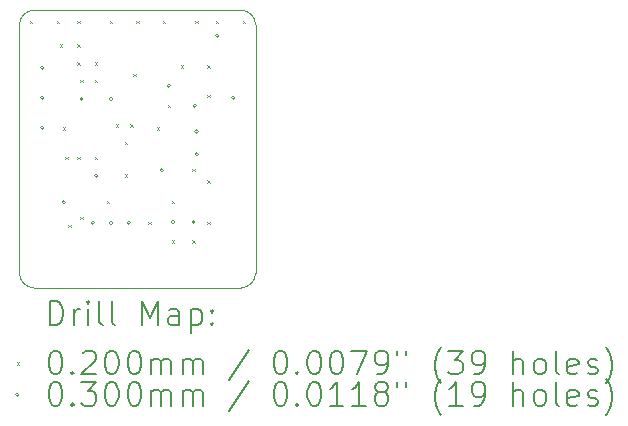
<source format=gbr>
%TF.GenerationSoftware,KiCad,Pcbnew,9.0.4*%
%TF.CreationDate,2025-08-25T23:50:36+01:00*%
%TF.ProjectId,smol-slime-xiao,736d6f6c-2d73-46c6-996d-652d7869616f,1.0*%
%TF.SameCoordinates,Original*%
%TF.FileFunction,Drillmap*%
%TF.FilePolarity,Positive*%
%FSLAX45Y45*%
G04 Gerber Fmt 4.5, Leading zero omitted, Abs format (unit mm)*
G04 Created by KiCad (PCBNEW 9.0.4) date 2025-08-25 23:50:36*
%MOMM*%
%LPD*%
G01*
G04 APERTURE LIST*
%ADD10C,0.050000*%
%ADD11C,0.200000*%
%ADD12C,0.100000*%
G04 APERTURE END LIST*
D10*
X14000000Y-8875000D02*
X14000000Y-10975000D01*
X14000000Y-8875000D02*
G75*
G02*
X14125000Y-8750000I125000J0D01*
G01*
X14125000Y-11100000D02*
X15875000Y-11100000D01*
X15875000Y-8750000D02*
G75*
G02*
X16000000Y-8875000I0J-125000D01*
G01*
X16000000Y-10975000D02*
G75*
G02*
X15875000Y-11100000I-125000J0D01*
G01*
X16000000Y-10975000D02*
X16000000Y-8875000D01*
X14125000Y-11100000D02*
G75*
G02*
X14000000Y-10975000I0J125000D01*
G01*
X15875000Y-8750000D02*
X14125000Y-8750000D01*
D11*
D12*
X14090000Y-8840000D02*
X14110000Y-8860000D01*
X14110000Y-8840000D02*
X14090000Y-8860000D01*
X14315000Y-8840000D02*
X14335000Y-8860000D01*
X14335000Y-8840000D02*
X14315000Y-8860000D01*
X14340000Y-9040000D02*
X14360000Y-9060000D01*
X14360000Y-9040000D02*
X14340000Y-9060000D01*
X14367000Y-9740000D02*
X14387000Y-9760000D01*
X14387000Y-9740000D02*
X14367000Y-9760000D01*
X14390000Y-9990000D02*
X14410000Y-10010000D01*
X14410000Y-9990000D02*
X14390000Y-10010000D01*
X14415000Y-10565000D02*
X14435000Y-10585000D01*
X14435000Y-10565000D02*
X14415000Y-10585000D01*
X14490000Y-8840000D02*
X14510000Y-8860000D01*
X14510000Y-8840000D02*
X14490000Y-8860000D01*
X14490000Y-9040000D02*
X14510000Y-9060000D01*
X14510000Y-9040000D02*
X14490000Y-9060000D01*
X14490000Y-9190000D02*
X14510000Y-9210000D01*
X14510000Y-9190000D02*
X14490000Y-9210000D01*
X14490000Y-9990000D02*
X14510000Y-10010000D01*
X14510000Y-9990000D02*
X14490000Y-10010000D01*
X14515000Y-9337500D02*
X14535000Y-9357500D01*
X14535000Y-9337500D02*
X14515000Y-9357500D01*
X14515000Y-10498000D02*
X14535000Y-10518000D01*
X14535000Y-10498000D02*
X14515000Y-10518000D01*
X14640000Y-9190000D02*
X14660000Y-9210000D01*
X14660000Y-9190000D02*
X14640000Y-9210000D01*
X14640000Y-9340000D02*
X14660000Y-9360000D01*
X14660000Y-9340000D02*
X14640000Y-9360000D01*
X14640000Y-9990000D02*
X14660000Y-10010000D01*
X14660000Y-9990000D02*
X14640000Y-10010000D01*
X14740000Y-10365000D02*
X14760000Y-10385000D01*
X14760000Y-10365000D02*
X14740000Y-10385000D01*
X14765000Y-8840000D02*
X14785000Y-8860000D01*
X14785000Y-8840000D02*
X14765000Y-8860000D01*
X14815000Y-9715000D02*
X14835000Y-9735000D01*
X14835000Y-9715000D02*
X14815000Y-9735000D01*
X14890000Y-9865000D02*
X14910000Y-9885000D01*
X14910000Y-9865000D02*
X14890000Y-9885000D01*
X14890000Y-10140000D02*
X14910000Y-10160000D01*
X14910000Y-10140000D02*
X14890000Y-10160000D01*
X14940000Y-9715000D02*
X14960000Y-9735000D01*
X14960000Y-9715000D02*
X14940000Y-9735000D01*
X14965000Y-9290000D02*
X14985000Y-9310000D01*
X14985000Y-9290000D02*
X14965000Y-9310000D01*
X14990000Y-8840000D02*
X15010000Y-8860000D01*
X15010000Y-8840000D02*
X14990000Y-8860000D01*
X15090000Y-10540000D02*
X15110000Y-10560000D01*
X15110000Y-10540000D02*
X15090000Y-10560000D01*
X15165000Y-9740000D02*
X15185000Y-9760000D01*
X15185000Y-9740000D02*
X15165000Y-9760000D01*
X15215000Y-8840000D02*
X15235000Y-8860000D01*
X15235000Y-8840000D02*
X15215000Y-8860000D01*
X15255000Y-9550000D02*
X15275000Y-9570000D01*
X15275000Y-9550000D02*
X15255000Y-9570000D01*
X15290000Y-10365000D02*
X15310000Y-10385000D01*
X15310000Y-10365000D02*
X15290000Y-10385000D01*
X15290000Y-10697500D02*
X15310000Y-10717500D01*
X15310000Y-10697500D02*
X15290000Y-10717500D01*
X15365000Y-9215000D02*
X15385000Y-9235000D01*
X15385000Y-9215000D02*
X15365000Y-9235000D01*
X15465000Y-10090000D02*
X15485000Y-10110000D01*
X15485000Y-10090000D02*
X15465000Y-10110000D01*
X15465000Y-10697500D02*
X15485000Y-10717500D01*
X15485000Y-10697500D02*
X15465000Y-10717500D01*
X15490000Y-8840000D02*
X15510000Y-8860000D01*
X15510000Y-8840000D02*
X15490000Y-8860000D01*
X15590000Y-9215000D02*
X15610000Y-9235000D01*
X15610000Y-9215000D02*
X15590000Y-9235000D01*
X15590000Y-9465000D02*
X15610000Y-9485000D01*
X15610000Y-9465000D02*
X15590000Y-9485000D01*
X15590000Y-10190000D02*
X15610000Y-10210000D01*
X15610000Y-10190000D02*
X15590000Y-10210000D01*
X15590000Y-10540000D02*
X15610000Y-10560000D01*
X15610000Y-10540000D02*
X15590000Y-10560000D01*
X15665000Y-8840000D02*
X15685000Y-8860000D01*
X15685000Y-8840000D02*
X15665000Y-8860000D01*
X15890000Y-8840000D02*
X15910000Y-8860000D01*
X15910000Y-8840000D02*
X15890000Y-8860000D01*
X14209500Y-9238000D02*
G75*
G02*
X14179500Y-9238000I-15000J0D01*
G01*
X14179500Y-9238000D02*
G75*
G02*
X14209500Y-9238000I15000J0D01*
G01*
X14209500Y-9492000D02*
G75*
G02*
X14179500Y-9492000I-15000J0D01*
G01*
X14179500Y-9492000D02*
G75*
G02*
X14209500Y-9492000I15000J0D01*
G01*
X14209500Y-9746000D02*
G75*
G02*
X14179500Y-9746000I-15000J0D01*
G01*
X14179500Y-9746000D02*
G75*
G02*
X14209500Y-9746000I15000J0D01*
G01*
X14390000Y-10375000D02*
G75*
G02*
X14360000Y-10375000I-15000J0D01*
G01*
X14360000Y-10375000D02*
G75*
G02*
X14390000Y-10375000I15000J0D01*
G01*
X14540000Y-9502500D02*
G75*
G02*
X14510000Y-9502500I-15000J0D01*
G01*
X14510000Y-9502500D02*
G75*
G02*
X14540000Y-9502500I15000J0D01*
G01*
X14635000Y-10550000D02*
G75*
G02*
X14605000Y-10550000I-15000J0D01*
G01*
X14605000Y-10550000D02*
G75*
G02*
X14635000Y-10550000I15000J0D01*
G01*
X14665000Y-10150000D02*
G75*
G02*
X14635000Y-10150000I-15000J0D01*
G01*
X14635000Y-10150000D02*
G75*
G02*
X14665000Y-10150000I15000J0D01*
G01*
X14790000Y-9502500D02*
G75*
G02*
X14760000Y-9502500I-15000J0D01*
G01*
X14760000Y-9502500D02*
G75*
G02*
X14790000Y-9502500I15000J0D01*
G01*
X14790000Y-10550000D02*
G75*
G02*
X14760000Y-10550000I-15000J0D01*
G01*
X14760000Y-10550000D02*
G75*
G02*
X14790000Y-10550000I15000J0D01*
G01*
X14940000Y-10550000D02*
G75*
G02*
X14910000Y-10550000I-15000J0D01*
G01*
X14910000Y-10550000D02*
G75*
G02*
X14940000Y-10550000I15000J0D01*
G01*
X15220000Y-10105000D02*
G75*
G02*
X15190000Y-10105000I-15000J0D01*
G01*
X15190000Y-10105000D02*
G75*
G02*
X15220000Y-10105000I15000J0D01*
G01*
X15280000Y-9390000D02*
G75*
G02*
X15250000Y-9390000I-15000J0D01*
G01*
X15250000Y-9390000D02*
G75*
G02*
X15280000Y-9390000I15000J0D01*
G01*
X15315000Y-10542500D02*
G75*
G02*
X15285000Y-10542500I-15000J0D01*
G01*
X15285000Y-10542500D02*
G75*
G02*
X15315000Y-10542500I15000J0D01*
G01*
X15490000Y-10542500D02*
G75*
G02*
X15460000Y-10542500I-15000J0D01*
G01*
X15460000Y-10542500D02*
G75*
G02*
X15490000Y-10542500I15000J0D01*
G01*
X15500000Y-9560000D02*
G75*
G02*
X15470000Y-9560000I-15000J0D01*
G01*
X15470000Y-9560000D02*
G75*
G02*
X15500000Y-9560000I15000J0D01*
G01*
X15515000Y-9778150D02*
G75*
G02*
X15485000Y-9778150I-15000J0D01*
G01*
X15485000Y-9778150D02*
G75*
G02*
X15515000Y-9778150I15000J0D01*
G01*
X15515000Y-9968650D02*
G75*
G02*
X15485000Y-9968650I-15000J0D01*
G01*
X15485000Y-9968650D02*
G75*
G02*
X15515000Y-9968650I15000J0D01*
G01*
X15690000Y-8967500D02*
G75*
G02*
X15660000Y-8967500I-15000J0D01*
G01*
X15660000Y-8967500D02*
G75*
G02*
X15690000Y-8967500I15000J0D01*
G01*
X15826000Y-9492000D02*
G75*
G02*
X15796000Y-9492000I-15000J0D01*
G01*
X15796000Y-9492000D02*
G75*
G02*
X15826000Y-9492000I15000J0D01*
G01*
D11*
X14258277Y-11413984D02*
X14258277Y-11213984D01*
X14258277Y-11213984D02*
X14305896Y-11213984D01*
X14305896Y-11213984D02*
X14334467Y-11223508D01*
X14334467Y-11223508D02*
X14353515Y-11242555D01*
X14353515Y-11242555D02*
X14363039Y-11261603D01*
X14363039Y-11261603D02*
X14372562Y-11299698D01*
X14372562Y-11299698D02*
X14372562Y-11328269D01*
X14372562Y-11328269D02*
X14363039Y-11366365D01*
X14363039Y-11366365D02*
X14353515Y-11385412D01*
X14353515Y-11385412D02*
X14334467Y-11404460D01*
X14334467Y-11404460D02*
X14305896Y-11413984D01*
X14305896Y-11413984D02*
X14258277Y-11413984D01*
X14458277Y-11413984D02*
X14458277Y-11280650D01*
X14458277Y-11318746D02*
X14467801Y-11299698D01*
X14467801Y-11299698D02*
X14477324Y-11290174D01*
X14477324Y-11290174D02*
X14496372Y-11280650D01*
X14496372Y-11280650D02*
X14515420Y-11280650D01*
X14582086Y-11413984D02*
X14582086Y-11280650D01*
X14582086Y-11213984D02*
X14572562Y-11223508D01*
X14572562Y-11223508D02*
X14582086Y-11233031D01*
X14582086Y-11233031D02*
X14591610Y-11223508D01*
X14591610Y-11223508D02*
X14582086Y-11213984D01*
X14582086Y-11213984D02*
X14582086Y-11233031D01*
X14705896Y-11413984D02*
X14686848Y-11404460D01*
X14686848Y-11404460D02*
X14677324Y-11385412D01*
X14677324Y-11385412D02*
X14677324Y-11213984D01*
X14810658Y-11413984D02*
X14791610Y-11404460D01*
X14791610Y-11404460D02*
X14782086Y-11385412D01*
X14782086Y-11385412D02*
X14782086Y-11213984D01*
X15039229Y-11413984D02*
X15039229Y-11213984D01*
X15039229Y-11213984D02*
X15105896Y-11356841D01*
X15105896Y-11356841D02*
X15172562Y-11213984D01*
X15172562Y-11213984D02*
X15172562Y-11413984D01*
X15353515Y-11413984D02*
X15353515Y-11309222D01*
X15353515Y-11309222D02*
X15343991Y-11290174D01*
X15343991Y-11290174D02*
X15324943Y-11280650D01*
X15324943Y-11280650D02*
X15286848Y-11280650D01*
X15286848Y-11280650D02*
X15267801Y-11290174D01*
X15353515Y-11404460D02*
X15334467Y-11413984D01*
X15334467Y-11413984D02*
X15286848Y-11413984D01*
X15286848Y-11413984D02*
X15267801Y-11404460D01*
X15267801Y-11404460D02*
X15258277Y-11385412D01*
X15258277Y-11385412D02*
X15258277Y-11366365D01*
X15258277Y-11366365D02*
X15267801Y-11347317D01*
X15267801Y-11347317D02*
X15286848Y-11337793D01*
X15286848Y-11337793D02*
X15334467Y-11337793D01*
X15334467Y-11337793D02*
X15353515Y-11328269D01*
X15448753Y-11280650D02*
X15448753Y-11480650D01*
X15448753Y-11290174D02*
X15467801Y-11280650D01*
X15467801Y-11280650D02*
X15505896Y-11280650D01*
X15505896Y-11280650D02*
X15524943Y-11290174D01*
X15524943Y-11290174D02*
X15534467Y-11299698D01*
X15534467Y-11299698D02*
X15543991Y-11318746D01*
X15543991Y-11318746D02*
X15543991Y-11375888D01*
X15543991Y-11375888D02*
X15534467Y-11394936D01*
X15534467Y-11394936D02*
X15524943Y-11404460D01*
X15524943Y-11404460D02*
X15505896Y-11413984D01*
X15505896Y-11413984D02*
X15467801Y-11413984D01*
X15467801Y-11413984D02*
X15448753Y-11404460D01*
X15629705Y-11394936D02*
X15639229Y-11404460D01*
X15639229Y-11404460D02*
X15629705Y-11413984D01*
X15629705Y-11413984D02*
X15620182Y-11404460D01*
X15620182Y-11404460D02*
X15629705Y-11394936D01*
X15629705Y-11394936D02*
X15629705Y-11413984D01*
X15629705Y-11290174D02*
X15639229Y-11299698D01*
X15639229Y-11299698D02*
X15629705Y-11309222D01*
X15629705Y-11309222D02*
X15620182Y-11299698D01*
X15620182Y-11299698D02*
X15629705Y-11290174D01*
X15629705Y-11290174D02*
X15629705Y-11309222D01*
D12*
X13977500Y-11732500D02*
X13997500Y-11752500D01*
X13997500Y-11732500D02*
X13977500Y-11752500D01*
D11*
X14296372Y-11633984D02*
X14315420Y-11633984D01*
X14315420Y-11633984D02*
X14334467Y-11643508D01*
X14334467Y-11643508D02*
X14343991Y-11653031D01*
X14343991Y-11653031D02*
X14353515Y-11672079D01*
X14353515Y-11672079D02*
X14363039Y-11710174D01*
X14363039Y-11710174D02*
X14363039Y-11757793D01*
X14363039Y-11757793D02*
X14353515Y-11795888D01*
X14353515Y-11795888D02*
X14343991Y-11814936D01*
X14343991Y-11814936D02*
X14334467Y-11824460D01*
X14334467Y-11824460D02*
X14315420Y-11833984D01*
X14315420Y-11833984D02*
X14296372Y-11833984D01*
X14296372Y-11833984D02*
X14277324Y-11824460D01*
X14277324Y-11824460D02*
X14267801Y-11814936D01*
X14267801Y-11814936D02*
X14258277Y-11795888D01*
X14258277Y-11795888D02*
X14248753Y-11757793D01*
X14248753Y-11757793D02*
X14248753Y-11710174D01*
X14248753Y-11710174D02*
X14258277Y-11672079D01*
X14258277Y-11672079D02*
X14267801Y-11653031D01*
X14267801Y-11653031D02*
X14277324Y-11643508D01*
X14277324Y-11643508D02*
X14296372Y-11633984D01*
X14448753Y-11814936D02*
X14458277Y-11824460D01*
X14458277Y-11824460D02*
X14448753Y-11833984D01*
X14448753Y-11833984D02*
X14439229Y-11824460D01*
X14439229Y-11824460D02*
X14448753Y-11814936D01*
X14448753Y-11814936D02*
X14448753Y-11833984D01*
X14534467Y-11653031D02*
X14543991Y-11643508D01*
X14543991Y-11643508D02*
X14563039Y-11633984D01*
X14563039Y-11633984D02*
X14610658Y-11633984D01*
X14610658Y-11633984D02*
X14629705Y-11643508D01*
X14629705Y-11643508D02*
X14639229Y-11653031D01*
X14639229Y-11653031D02*
X14648753Y-11672079D01*
X14648753Y-11672079D02*
X14648753Y-11691127D01*
X14648753Y-11691127D02*
X14639229Y-11719698D01*
X14639229Y-11719698D02*
X14524943Y-11833984D01*
X14524943Y-11833984D02*
X14648753Y-11833984D01*
X14772562Y-11633984D02*
X14791610Y-11633984D01*
X14791610Y-11633984D02*
X14810658Y-11643508D01*
X14810658Y-11643508D02*
X14820182Y-11653031D01*
X14820182Y-11653031D02*
X14829705Y-11672079D01*
X14829705Y-11672079D02*
X14839229Y-11710174D01*
X14839229Y-11710174D02*
X14839229Y-11757793D01*
X14839229Y-11757793D02*
X14829705Y-11795888D01*
X14829705Y-11795888D02*
X14820182Y-11814936D01*
X14820182Y-11814936D02*
X14810658Y-11824460D01*
X14810658Y-11824460D02*
X14791610Y-11833984D01*
X14791610Y-11833984D02*
X14772562Y-11833984D01*
X14772562Y-11833984D02*
X14753515Y-11824460D01*
X14753515Y-11824460D02*
X14743991Y-11814936D01*
X14743991Y-11814936D02*
X14734467Y-11795888D01*
X14734467Y-11795888D02*
X14724943Y-11757793D01*
X14724943Y-11757793D02*
X14724943Y-11710174D01*
X14724943Y-11710174D02*
X14734467Y-11672079D01*
X14734467Y-11672079D02*
X14743991Y-11653031D01*
X14743991Y-11653031D02*
X14753515Y-11643508D01*
X14753515Y-11643508D02*
X14772562Y-11633984D01*
X14963039Y-11633984D02*
X14982086Y-11633984D01*
X14982086Y-11633984D02*
X15001134Y-11643508D01*
X15001134Y-11643508D02*
X15010658Y-11653031D01*
X15010658Y-11653031D02*
X15020182Y-11672079D01*
X15020182Y-11672079D02*
X15029705Y-11710174D01*
X15029705Y-11710174D02*
X15029705Y-11757793D01*
X15029705Y-11757793D02*
X15020182Y-11795888D01*
X15020182Y-11795888D02*
X15010658Y-11814936D01*
X15010658Y-11814936D02*
X15001134Y-11824460D01*
X15001134Y-11824460D02*
X14982086Y-11833984D01*
X14982086Y-11833984D02*
X14963039Y-11833984D01*
X14963039Y-11833984D02*
X14943991Y-11824460D01*
X14943991Y-11824460D02*
X14934467Y-11814936D01*
X14934467Y-11814936D02*
X14924943Y-11795888D01*
X14924943Y-11795888D02*
X14915420Y-11757793D01*
X14915420Y-11757793D02*
X14915420Y-11710174D01*
X14915420Y-11710174D02*
X14924943Y-11672079D01*
X14924943Y-11672079D02*
X14934467Y-11653031D01*
X14934467Y-11653031D02*
X14943991Y-11643508D01*
X14943991Y-11643508D02*
X14963039Y-11633984D01*
X15115420Y-11833984D02*
X15115420Y-11700650D01*
X15115420Y-11719698D02*
X15124943Y-11710174D01*
X15124943Y-11710174D02*
X15143991Y-11700650D01*
X15143991Y-11700650D02*
X15172563Y-11700650D01*
X15172563Y-11700650D02*
X15191610Y-11710174D01*
X15191610Y-11710174D02*
X15201134Y-11729222D01*
X15201134Y-11729222D02*
X15201134Y-11833984D01*
X15201134Y-11729222D02*
X15210658Y-11710174D01*
X15210658Y-11710174D02*
X15229705Y-11700650D01*
X15229705Y-11700650D02*
X15258277Y-11700650D01*
X15258277Y-11700650D02*
X15277324Y-11710174D01*
X15277324Y-11710174D02*
X15286848Y-11729222D01*
X15286848Y-11729222D02*
X15286848Y-11833984D01*
X15382086Y-11833984D02*
X15382086Y-11700650D01*
X15382086Y-11719698D02*
X15391610Y-11710174D01*
X15391610Y-11710174D02*
X15410658Y-11700650D01*
X15410658Y-11700650D02*
X15439229Y-11700650D01*
X15439229Y-11700650D02*
X15458277Y-11710174D01*
X15458277Y-11710174D02*
X15467801Y-11729222D01*
X15467801Y-11729222D02*
X15467801Y-11833984D01*
X15467801Y-11729222D02*
X15477324Y-11710174D01*
X15477324Y-11710174D02*
X15496372Y-11700650D01*
X15496372Y-11700650D02*
X15524943Y-11700650D01*
X15524943Y-11700650D02*
X15543991Y-11710174D01*
X15543991Y-11710174D02*
X15553515Y-11729222D01*
X15553515Y-11729222D02*
X15553515Y-11833984D01*
X15943991Y-11624460D02*
X15772563Y-11881603D01*
X16201134Y-11633984D02*
X16220182Y-11633984D01*
X16220182Y-11633984D02*
X16239229Y-11643508D01*
X16239229Y-11643508D02*
X16248753Y-11653031D01*
X16248753Y-11653031D02*
X16258277Y-11672079D01*
X16258277Y-11672079D02*
X16267801Y-11710174D01*
X16267801Y-11710174D02*
X16267801Y-11757793D01*
X16267801Y-11757793D02*
X16258277Y-11795888D01*
X16258277Y-11795888D02*
X16248753Y-11814936D01*
X16248753Y-11814936D02*
X16239229Y-11824460D01*
X16239229Y-11824460D02*
X16220182Y-11833984D01*
X16220182Y-11833984D02*
X16201134Y-11833984D01*
X16201134Y-11833984D02*
X16182086Y-11824460D01*
X16182086Y-11824460D02*
X16172563Y-11814936D01*
X16172563Y-11814936D02*
X16163039Y-11795888D01*
X16163039Y-11795888D02*
X16153515Y-11757793D01*
X16153515Y-11757793D02*
X16153515Y-11710174D01*
X16153515Y-11710174D02*
X16163039Y-11672079D01*
X16163039Y-11672079D02*
X16172563Y-11653031D01*
X16172563Y-11653031D02*
X16182086Y-11643508D01*
X16182086Y-11643508D02*
X16201134Y-11633984D01*
X16353515Y-11814936D02*
X16363039Y-11824460D01*
X16363039Y-11824460D02*
X16353515Y-11833984D01*
X16353515Y-11833984D02*
X16343991Y-11824460D01*
X16343991Y-11824460D02*
X16353515Y-11814936D01*
X16353515Y-11814936D02*
X16353515Y-11833984D01*
X16486848Y-11633984D02*
X16505896Y-11633984D01*
X16505896Y-11633984D02*
X16524944Y-11643508D01*
X16524944Y-11643508D02*
X16534467Y-11653031D01*
X16534467Y-11653031D02*
X16543991Y-11672079D01*
X16543991Y-11672079D02*
X16553515Y-11710174D01*
X16553515Y-11710174D02*
X16553515Y-11757793D01*
X16553515Y-11757793D02*
X16543991Y-11795888D01*
X16543991Y-11795888D02*
X16534467Y-11814936D01*
X16534467Y-11814936D02*
X16524944Y-11824460D01*
X16524944Y-11824460D02*
X16505896Y-11833984D01*
X16505896Y-11833984D02*
X16486848Y-11833984D01*
X16486848Y-11833984D02*
X16467801Y-11824460D01*
X16467801Y-11824460D02*
X16458277Y-11814936D01*
X16458277Y-11814936D02*
X16448753Y-11795888D01*
X16448753Y-11795888D02*
X16439229Y-11757793D01*
X16439229Y-11757793D02*
X16439229Y-11710174D01*
X16439229Y-11710174D02*
X16448753Y-11672079D01*
X16448753Y-11672079D02*
X16458277Y-11653031D01*
X16458277Y-11653031D02*
X16467801Y-11643508D01*
X16467801Y-11643508D02*
X16486848Y-11633984D01*
X16677325Y-11633984D02*
X16696372Y-11633984D01*
X16696372Y-11633984D02*
X16715420Y-11643508D01*
X16715420Y-11643508D02*
X16724944Y-11653031D01*
X16724944Y-11653031D02*
X16734467Y-11672079D01*
X16734467Y-11672079D02*
X16743991Y-11710174D01*
X16743991Y-11710174D02*
X16743991Y-11757793D01*
X16743991Y-11757793D02*
X16734467Y-11795888D01*
X16734467Y-11795888D02*
X16724944Y-11814936D01*
X16724944Y-11814936D02*
X16715420Y-11824460D01*
X16715420Y-11824460D02*
X16696372Y-11833984D01*
X16696372Y-11833984D02*
X16677325Y-11833984D01*
X16677325Y-11833984D02*
X16658277Y-11824460D01*
X16658277Y-11824460D02*
X16648753Y-11814936D01*
X16648753Y-11814936D02*
X16639229Y-11795888D01*
X16639229Y-11795888D02*
X16629706Y-11757793D01*
X16629706Y-11757793D02*
X16629706Y-11710174D01*
X16629706Y-11710174D02*
X16639229Y-11672079D01*
X16639229Y-11672079D02*
X16648753Y-11653031D01*
X16648753Y-11653031D02*
X16658277Y-11643508D01*
X16658277Y-11643508D02*
X16677325Y-11633984D01*
X16810658Y-11633984D02*
X16943991Y-11633984D01*
X16943991Y-11633984D02*
X16858277Y-11833984D01*
X17029706Y-11833984D02*
X17067801Y-11833984D01*
X17067801Y-11833984D02*
X17086849Y-11824460D01*
X17086849Y-11824460D02*
X17096372Y-11814936D01*
X17096372Y-11814936D02*
X17115420Y-11786365D01*
X17115420Y-11786365D02*
X17124944Y-11748269D01*
X17124944Y-11748269D02*
X17124944Y-11672079D01*
X17124944Y-11672079D02*
X17115420Y-11653031D01*
X17115420Y-11653031D02*
X17105896Y-11643508D01*
X17105896Y-11643508D02*
X17086849Y-11633984D01*
X17086849Y-11633984D02*
X17048753Y-11633984D01*
X17048753Y-11633984D02*
X17029706Y-11643508D01*
X17029706Y-11643508D02*
X17020182Y-11653031D01*
X17020182Y-11653031D02*
X17010658Y-11672079D01*
X17010658Y-11672079D02*
X17010658Y-11719698D01*
X17010658Y-11719698D02*
X17020182Y-11738746D01*
X17020182Y-11738746D02*
X17029706Y-11748269D01*
X17029706Y-11748269D02*
X17048753Y-11757793D01*
X17048753Y-11757793D02*
X17086849Y-11757793D01*
X17086849Y-11757793D02*
X17105896Y-11748269D01*
X17105896Y-11748269D02*
X17115420Y-11738746D01*
X17115420Y-11738746D02*
X17124944Y-11719698D01*
X17201134Y-11633984D02*
X17201134Y-11672079D01*
X17277325Y-11633984D02*
X17277325Y-11672079D01*
X17572563Y-11910174D02*
X17563039Y-11900650D01*
X17563039Y-11900650D02*
X17543991Y-11872079D01*
X17543991Y-11872079D02*
X17534468Y-11853031D01*
X17534468Y-11853031D02*
X17524944Y-11824460D01*
X17524944Y-11824460D02*
X17515420Y-11776841D01*
X17515420Y-11776841D02*
X17515420Y-11738746D01*
X17515420Y-11738746D02*
X17524944Y-11691127D01*
X17524944Y-11691127D02*
X17534468Y-11662555D01*
X17534468Y-11662555D02*
X17543991Y-11643508D01*
X17543991Y-11643508D02*
X17563039Y-11614936D01*
X17563039Y-11614936D02*
X17572563Y-11605412D01*
X17629706Y-11633984D02*
X17753515Y-11633984D01*
X17753515Y-11633984D02*
X17686849Y-11710174D01*
X17686849Y-11710174D02*
X17715420Y-11710174D01*
X17715420Y-11710174D02*
X17734468Y-11719698D01*
X17734468Y-11719698D02*
X17743991Y-11729222D01*
X17743991Y-11729222D02*
X17753515Y-11748269D01*
X17753515Y-11748269D02*
X17753515Y-11795888D01*
X17753515Y-11795888D02*
X17743991Y-11814936D01*
X17743991Y-11814936D02*
X17734468Y-11824460D01*
X17734468Y-11824460D02*
X17715420Y-11833984D01*
X17715420Y-11833984D02*
X17658277Y-11833984D01*
X17658277Y-11833984D02*
X17639230Y-11824460D01*
X17639230Y-11824460D02*
X17629706Y-11814936D01*
X17848753Y-11833984D02*
X17886849Y-11833984D01*
X17886849Y-11833984D02*
X17905896Y-11824460D01*
X17905896Y-11824460D02*
X17915420Y-11814936D01*
X17915420Y-11814936D02*
X17934468Y-11786365D01*
X17934468Y-11786365D02*
X17943991Y-11748269D01*
X17943991Y-11748269D02*
X17943991Y-11672079D01*
X17943991Y-11672079D02*
X17934468Y-11653031D01*
X17934468Y-11653031D02*
X17924944Y-11643508D01*
X17924944Y-11643508D02*
X17905896Y-11633984D01*
X17905896Y-11633984D02*
X17867801Y-11633984D01*
X17867801Y-11633984D02*
X17848753Y-11643508D01*
X17848753Y-11643508D02*
X17839230Y-11653031D01*
X17839230Y-11653031D02*
X17829706Y-11672079D01*
X17829706Y-11672079D02*
X17829706Y-11719698D01*
X17829706Y-11719698D02*
X17839230Y-11738746D01*
X17839230Y-11738746D02*
X17848753Y-11748269D01*
X17848753Y-11748269D02*
X17867801Y-11757793D01*
X17867801Y-11757793D02*
X17905896Y-11757793D01*
X17905896Y-11757793D02*
X17924944Y-11748269D01*
X17924944Y-11748269D02*
X17934468Y-11738746D01*
X17934468Y-11738746D02*
X17943991Y-11719698D01*
X18182087Y-11833984D02*
X18182087Y-11633984D01*
X18267801Y-11833984D02*
X18267801Y-11729222D01*
X18267801Y-11729222D02*
X18258277Y-11710174D01*
X18258277Y-11710174D02*
X18239230Y-11700650D01*
X18239230Y-11700650D02*
X18210658Y-11700650D01*
X18210658Y-11700650D02*
X18191611Y-11710174D01*
X18191611Y-11710174D02*
X18182087Y-11719698D01*
X18391611Y-11833984D02*
X18372563Y-11824460D01*
X18372563Y-11824460D02*
X18363039Y-11814936D01*
X18363039Y-11814936D02*
X18353515Y-11795888D01*
X18353515Y-11795888D02*
X18353515Y-11738746D01*
X18353515Y-11738746D02*
X18363039Y-11719698D01*
X18363039Y-11719698D02*
X18372563Y-11710174D01*
X18372563Y-11710174D02*
X18391611Y-11700650D01*
X18391611Y-11700650D02*
X18420182Y-11700650D01*
X18420182Y-11700650D02*
X18439230Y-11710174D01*
X18439230Y-11710174D02*
X18448753Y-11719698D01*
X18448753Y-11719698D02*
X18458277Y-11738746D01*
X18458277Y-11738746D02*
X18458277Y-11795888D01*
X18458277Y-11795888D02*
X18448753Y-11814936D01*
X18448753Y-11814936D02*
X18439230Y-11824460D01*
X18439230Y-11824460D02*
X18420182Y-11833984D01*
X18420182Y-11833984D02*
X18391611Y-11833984D01*
X18572563Y-11833984D02*
X18553515Y-11824460D01*
X18553515Y-11824460D02*
X18543992Y-11805412D01*
X18543992Y-11805412D02*
X18543992Y-11633984D01*
X18724944Y-11824460D02*
X18705896Y-11833984D01*
X18705896Y-11833984D02*
X18667801Y-11833984D01*
X18667801Y-11833984D02*
X18648753Y-11824460D01*
X18648753Y-11824460D02*
X18639230Y-11805412D01*
X18639230Y-11805412D02*
X18639230Y-11729222D01*
X18639230Y-11729222D02*
X18648753Y-11710174D01*
X18648753Y-11710174D02*
X18667801Y-11700650D01*
X18667801Y-11700650D02*
X18705896Y-11700650D01*
X18705896Y-11700650D02*
X18724944Y-11710174D01*
X18724944Y-11710174D02*
X18734468Y-11729222D01*
X18734468Y-11729222D02*
X18734468Y-11748269D01*
X18734468Y-11748269D02*
X18639230Y-11767317D01*
X18810658Y-11824460D02*
X18829706Y-11833984D01*
X18829706Y-11833984D02*
X18867801Y-11833984D01*
X18867801Y-11833984D02*
X18886849Y-11824460D01*
X18886849Y-11824460D02*
X18896373Y-11805412D01*
X18896373Y-11805412D02*
X18896373Y-11795888D01*
X18896373Y-11795888D02*
X18886849Y-11776841D01*
X18886849Y-11776841D02*
X18867801Y-11767317D01*
X18867801Y-11767317D02*
X18839230Y-11767317D01*
X18839230Y-11767317D02*
X18820182Y-11757793D01*
X18820182Y-11757793D02*
X18810658Y-11738746D01*
X18810658Y-11738746D02*
X18810658Y-11729222D01*
X18810658Y-11729222D02*
X18820182Y-11710174D01*
X18820182Y-11710174D02*
X18839230Y-11700650D01*
X18839230Y-11700650D02*
X18867801Y-11700650D01*
X18867801Y-11700650D02*
X18886849Y-11710174D01*
X18963039Y-11910174D02*
X18972563Y-11900650D01*
X18972563Y-11900650D02*
X18991611Y-11872079D01*
X18991611Y-11872079D02*
X19001134Y-11853031D01*
X19001134Y-11853031D02*
X19010658Y-11824460D01*
X19010658Y-11824460D02*
X19020182Y-11776841D01*
X19020182Y-11776841D02*
X19020182Y-11738746D01*
X19020182Y-11738746D02*
X19010658Y-11691127D01*
X19010658Y-11691127D02*
X19001134Y-11662555D01*
X19001134Y-11662555D02*
X18991611Y-11643508D01*
X18991611Y-11643508D02*
X18972563Y-11614936D01*
X18972563Y-11614936D02*
X18963039Y-11605412D01*
D12*
X13997500Y-12006500D02*
G75*
G02*
X13967500Y-12006500I-15000J0D01*
G01*
X13967500Y-12006500D02*
G75*
G02*
X13997500Y-12006500I15000J0D01*
G01*
D11*
X14296372Y-11897984D02*
X14315420Y-11897984D01*
X14315420Y-11897984D02*
X14334467Y-11907508D01*
X14334467Y-11907508D02*
X14343991Y-11917031D01*
X14343991Y-11917031D02*
X14353515Y-11936079D01*
X14353515Y-11936079D02*
X14363039Y-11974174D01*
X14363039Y-11974174D02*
X14363039Y-12021793D01*
X14363039Y-12021793D02*
X14353515Y-12059888D01*
X14353515Y-12059888D02*
X14343991Y-12078936D01*
X14343991Y-12078936D02*
X14334467Y-12088460D01*
X14334467Y-12088460D02*
X14315420Y-12097984D01*
X14315420Y-12097984D02*
X14296372Y-12097984D01*
X14296372Y-12097984D02*
X14277324Y-12088460D01*
X14277324Y-12088460D02*
X14267801Y-12078936D01*
X14267801Y-12078936D02*
X14258277Y-12059888D01*
X14258277Y-12059888D02*
X14248753Y-12021793D01*
X14248753Y-12021793D02*
X14248753Y-11974174D01*
X14248753Y-11974174D02*
X14258277Y-11936079D01*
X14258277Y-11936079D02*
X14267801Y-11917031D01*
X14267801Y-11917031D02*
X14277324Y-11907508D01*
X14277324Y-11907508D02*
X14296372Y-11897984D01*
X14448753Y-12078936D02*
X14458277Y-12088460D01*
X14458277Y-12088460D02*
X14448753Y-12097984D01*
X14448753Y-12097984D02*
X14439229Y-12088460D01*
X14439229Y-12088460D02*
X14448753Y-12078936D01*
X14448753Y-12078936D02*
X14448753Y-12097984D01*
X14524943Y-11897984D02*
X14648753Y-11897984D01*
X14648753Y-11897984D02*
X14582086Y-11974174D01*
X14582086Y-11974174D02*
X14610658Y-11974174D01*
X14610658Y-11974174D02*
X14629705Y-11983698D01*
X14629705Y-11983698D02*
X14639229Y-11993222D01*
X14639229Y-11993222D02*
X14648753Y-12012269D01*
X14648753Y-12012269D02*
X14648753Y-12059888D01*
X14648753Y-12059888D02*
X14639229Y-12078936D01*
X14639229Y-12078936D02*
X14629705Y-12088460D01*
X14629705Y-12088460D02*
X14610658Y-12097984D01*
X14610658Y-12097984D02*
X14553515Y-12097984D01*
X14553515Y-12097984D02*
X14534467Y-12088460D01*
X14534467Y-12088460D02*
X14524943Y-12078936D01*
X14772562Y-11897984D02*
X14791610Y-11897984D01*
X14791610Y-11897984D02*
X14810658Y-11907508D01*
X14810658Y-11907508D02*
X14820182Y-11917031D01*
X14820182Y-11917031D02*
X14829705Y-11936079D01*
X14829705Y-11936079D02*
X14839229Y-11974174D01*
X14839229Y-11974174D02*
X14839229Y-12021793D01*
X14839229Y-12021793D02*
X14829705Y-12059888D01*
X14829705Y-12059888D02*
X14820182Y-12078936D01*
X14820182Y-12078936D02*
X14810658Y-12088460D01*
X14810658Y-12088460D02*
X14791610Y-12097984D01*
X14791610Y-12097984D02*
X14772562Y-12097984D01*
X14772562Y-12097984D02*
X14753515Y-12088460D01*
X14753515Y-12088460D02*
X14743991Y-12078936D01*
X14743991Y-12078936D02*
X14734467Y-12059888D01*
X14734467Y-12059888D02*
X14724943Y-12021793D01*
X14724943Y-12021793D02*
X14724943Y-11974174D01*
X14724943Y-11974174D02*
X14734467Y-11936079D01*
X14734467Y-11936079D02*
X14743991Y-11917031D01*
X14743991Y-11917031D02*
X14753515Y-11907508D01*
X14753515Y-11907508D02*
X14772562Y-11897984D01*
X14963039Y-11897984D02*
X14982086Y-11897984D01*
X14982086Y-11897984D02*
X15001134Y-11907508D01*
X15001134Y-11907508D02*
X15010658Y-11917031D01*
X15010658Y-11917031D02*
X15020182Y-11936079D01*
X15020182Y-11936079D02*
X15029705Y-11974174D01*
X15029705Y-11974174D02*
X15029705Y-12021793D01*
X15029705Y-12021793D02*
X15020182Y-12059888D01*
X15020182Y-12059888D02*
X15010658Y-12078936D01*
X15010658Y-12078936D02*
X15001134Y-12088460D01*
X15001134Y-12088460D02*
X14982086Y-12097984D01*
X14982086Y-12097984D02*
X14963039Y-12097984D01*
X14963039Y-12097984D02*
X14943991Y-12088460D01*
X14943991Y-12088460D02*
X14934467Y-12078936D01*
X14934467Y-12078936D02*
X14924943Y-12059888D01*
X14924943Y-12059888D02*
X14915420Y-12021793D01*
X14915420Y-12021793D02*
X14915420Y-11974174D01*
X14915420Y-11974174D02*
X14924943Y-11936079D01*
X14924943Y-11936079D02*
X14934467Y-11917031D01*
X14934467Y-11917031D02*
X14943991Y-11907508D01*
X14943991Y-11907508D02*
X14963039Y-11897984D01*
X15115420Y-12097984D02*
X15115420Y-11964650D01*
X15115420Y-11983698D02*
X15124943Y-11974174D01*
X15124943Y-11974174D02*
X15143991Y-11964650D01*
X15143991Y-11964650D02*
X15172563Y-11964650D01*
X15172563Y-11964650D02*
X15191610Y-11974174D01*
X15191610Y-11974174D02*
X15201134Y-11993222D01*
X15201134Y-11993222D02*
X15201134Y-12097984D01*
X15201134Y-11993222D02*
X15210658Y-11974174D01*
X15210658Y-11974174D02*
X15229705Y-11964650D01*
X15229705Y-11964650D02*
X15258277Y-11964650D01*
X15258277Y-11964650D02*
X15277324Y-11974174D01*
X15277324Y-11974174D02*
X15286848Y-11993222D01*
X15286848Y-11993222D02*
X15286848Y-12097984D01*
X15382086Y-12097984D02*
X15382086Y-11964650D01*
X15382086Y-11983698D02*
X15391610Y-11974174D01*
X15391610Y-11974174D02*
X15410658Y-11964650D01*
X15410658Y-11964650D02*
X15439229Y-11964650D01*
X15439229Y-11964650D02*
X15458277Y-11974174D01*
X15458277Y-11974174D02*
X15467801Y-11993222D01*
X15467801Y-11993222D02*
X15467801Y-12097984D01*
X15467801Y-11993222D02*
X15477324Y-11974174D01*
X15477324Y-11974174D02*
X15496372Y-11964650D01*
X15496372Y-11964650D02*
X15524943Y-11964650D01*
X15524943Y-11964650D02*
X15543991Y-11974174D01*
X15543991Y-11974174D02*
X15553515Y-11993222D01*
X15553515Y-11993222D02*
X15553515Y-12097984D01*
X15943991Y-11888460D02*
X15772563Y-12145603D01*
X16201134Y-11897984D02*
X16220182Y-11897984D01*
X16220182Y-11897984D02*
X16239229Y-11907508D01*
X16239229Y-11907508D02*
X16248753Y-11917031D01*
X16248753Y-11917031D02*
X16258277Y-11936079D01*
X16258277Y-11936079D02*
X16267801Y-11974174D01*
X16267801Y-11974174D02*
X16267801Y-12021793D01*
X16267801Y-12021793D02*
X16258277Y-12059888D01*
X16258277Y-12059888D02*
X16248753Y-12078936D01*
X16248753Y-12078936D02*
X16239229Y-12088460D01*
X16239229Y-12088460D02*
X16220182Y-12097984D01*
X16220182Y-12097984D02*
X16201134Y-12097984D01*
X16201134Y-12097984D02*
X16182086Y-12088460D01*
X16182086Y-12088460D02*
X16172563Y-12078936D01*
X16172563Y-12078936D02*
X16163039Y-12059888D01*
X16163039Y-12059888D02*
X16153515Y-12021793D01*
X16153515Y-12021793D02*
X16153515Y-11974174D01*
X16153515Y-11974174D02*
X16163039Y-11936079D01*
X16163039Y-11936079D02*
X16172563Y-11917031D01*
X16172563Y-11917031D02*
X16182086Y-11907508D01*
X16182086Y-11907508D02*
X16201134Y-11897984D01*
X16353515Y-12078936D02*
X16363039Y-12088460D01*
X16363039Y-12088460D02*
X16353515Y-12097984D01*
X16353515Y-12097984D02*
X16343991Y-12088460D01*
X16343991Y-12088460D02*
X16353515Y-12078936D01*
X16353515Y-12078936D02*
X16353515Y-12097984D01*
X16486848Y-11897984D02*
X16505896Y-11897984D01*
X16505896Y-11897984D02*
X16524944Y-11907508D01*
X16524944Y-11907508D02*
X16534467Y-11917031D01*
X16534467Y-11917031D02*
X16543991Y-11936079D01*
X16543991Y-11936079D02*
X16553515Y-11974174D01*
X16553515Y-11974174D02*
X16553515Y-12021793D01*
X16553515Y-12021793D02*
X16543991Y-12059888D01*
X16543991Y-12059888D02*
X16534467Y-12078936D01*
X16534467Y-12078936D02*
X16524944Y-12088460D01*
X16524944Y-12088460D02*
X16505896Y-12097984D01*
X16505896Y-12097984D02*
X16486848Y-12097984D01*
X16486848Y-12097984D02*
X16467801Y-12088460D01*
X16467801Y-12088460D02*
X16458277Y-12078936D01*
X16458277Y-12078936D02*
X16448753Y-12059888D01*
X16448753Y-12059888D02*
X16439229Y-12021793D01*
X16439229Y-12021793D02*
X16439229Y-11974174D01*
X16439229Y-11974174D02*
X16448753Y-11936079D01*
X16448753Y-11936079D02*
X16458277Y-11917031D01*
X16458277Y-11917031D02*
X16467801Y-11907508D01*
X16467801Y-11907508D02*
X16486848Y-11897984D01*
X16743991Y-12097984D02*
X16629706Y-12097984D01*
X16686848Y-12097984D02*
X16686848Y-11897984D01*
X16686848Y-11897984D02*
X16667801Y-11926555D01*
X16667801Y-11926555D02*
X16648753Y-11945603D01*
X16648753Y-11945603D02*
X16629706Y-11955127D01*
X16934468Y-12097984D02*
X16820182Y-12097984D01*
X16877325Y-12097984D02*
X16877325Y-11897984D01*
X16877325Y-11897984D02*
X16858277Y-11926555D01*
X16858277Y-11926555D02*
X16839229Y-11945603D01*
X16839229Y-11945603D02*
X16820182Y-11955127D01*
X17048753Y-11983698D02*
X17029706Y-11974174D01*
X17029706Y-11974174D02*
X17020182Y-11964650D01*
X17020182Y-11964650D02*
X17010658Y-11945603D01*
X17010658Y-11945603D02*
X17010658Y-11936079D01*
X17010658Y-11936079D02*
X17020182Y-11917031D01*
X17020182Y-11917031D02*
X17029706Y-11907508D01*
X17029706Y-11907508D02*
X17048753Y-11897984D01*
X17048753Y-11897984D02*
X17086849Y-11897984D01*
X17086849Y-11897984D02*
X17105896Y-11907508D01*
X17105896Y-11907508D02*
X17115420Y-11917031D01*
X17115420Y-11917031D02*
X17124944Y-11936079D01*
X17124944Y-11936079D02*
X17124944Y-11945603D01*
X17124944Y-11945603D02*
X17115420Y-11964650D01*
X17115420Y-11964650D02*
X17105896Y-11974174D01*
X17105896Y-11974174D02*
X17086849Y-11983698D01*
X17086849Y-11983698D02*
X17048753Y-11983698D01*
X17048753Y-11983698D02*
X17029706Y-11993222D01*
X17029706Y-11993222D02*
X17020182Y-12002746D01*
X17020182Y-12002746D02*
X17010658Y-12021793D01*
X17010658Y-12021793D02*
X17010658Y-12059888D01*
X17010658Y-12059888D02*
X17020182Y-12078936D01*
X17020182Y-12078936D02*
X17029706Y-12088460D01*
X17029706Y-12088460D02*
X17048753Y-12097984D01*
X17048753Y-12097984D02*
X17086849Y-12097984D01*
X17086849Y-12097984D02*
X17105896Y-12088460D01*
X17105896Y-12088460D02*
X17115420Y-12078936D01*
X17115420Y-12078936D02*
X17124944Y-12059888D01*
X17124944Y-12059888D02*
X17124944Y-12021793D01*
X17124944Y-12021793D02*
X17115420Y-12002746D01*
X17115420Y-12002746D02*
X17105896Y-11993222D01*
X17105896Y-11993222D02*
X17086849Y-11983698D01*
X17201134Y-11897984D02*
X17201134Y-11936079D01*
X17277325Y-11897984D02*
X17277325Y-11936079D01*
X17572563Y-12174174D02*
X17563039Y-12164650D01*
X17563039Y-12164650D02*
X17543991Y-12136079D01*
X17543991Y-12136079D02*
X17534468Y-12117031D01*
X17534468Y-12117031D02*
X17524944Y-12088460D01*
X17524944Y-12088460D02*
X17515420Y-12040841D01*
X17515420Y-12040841D02*
X17515420Y-12002746D01*
X17515420Y-12002746D02*
X17524944Y-11955127D01*
X17524944Y-11955127D02*
X17534468Y-11926555D01*
X17534468Y-11926555D02*
X17543991Y-11907508D01*
X17543991Y-11907508D02*
X17563039Y-11878936D01*
X17563039Y-11878936D02*
X17572563Y-11869412D01*
X17753515Y-12097984D02*
X17639230Y-12097984D01*
X17696372Y-12097984D02*
X17696372Y-11897984D01*
X17696372Y-11897984D02*
X17677325Y-11926555D01*
X17677325Y-11926555D02*
X17658277Y-11945603D01*
X17658277Y-11945603D02*
X17639230Y-11955127D01*
X17848753Y-12097984D02*
X17886849Y-12097984D01*
X17886849Y-12097984D02*
X17905896Y-12088460D01*
X17905896Y-12088460D02*
X17915420Y-12078936D01*
X17915420Y-12078936D02*
X17934468Y-12050365D01*
X17934468Y-12050365D02*
X17943991Y-12012269D01*
X17943991Y-12012269D02*
X17943991Y-11936079D01*
X17943991Y-11936079D02*
X17934468Y-11917031D01*
X17934468Y-11917031D02*
X17924944Y-11907508D01*
X17924944Y-11907508D02*
X17905896Y-11897984D01*
X17905896Y-11897984D02*
X17867801Y-11897984D01*
X17867801Y-11897984D02*
X17848753Y-11907508D01*
X17848753Y-11907508D02*
X17839230Y-11917031D01*
X17839230Y-11917031D02*
X17829706Y-11936079D01*
X17829706Y-11936079D02*
X17829706Y-11983698D01*
X17829706Y-11983698D02*
X17839230Y-12002746D01*
X17839230Y-12002746D02*
X17848753Y-12012269D01*
X17848753Y-12012269D02*
X17867801Y-12021793D01*
X17867801Y-12021793D02*
X17905896Y-12021793D01*
X17905896Y-12021793D02*
X17924944Y-12012269D01*
X17924944Y-12012269D02*
X17934468Y-12002746D01*
X17934468Y-12002746D02*
X17943991Y-11983698D01*
X18182087Y-12097984D02*
X18182087Y-11897984D01*
X18267801Y-12097984D02*
X18267801Y-11993222D01*
X18267801Y-11993222D02*
X18258277Y-11974174D01*
X18258277Y-11974174D02*
X18239230Y-11964650D01*
X18239230Y-11964650D02*
X18210658Y-11964650D01*
X18210658Y-11964650D02*
X18191611Y-11974174D01*
X18191611Y-11974174D02*
X18182087Y-11983698D01*
X18391611Y-12097984D02*
X18372563Y-12088460D01*
X18372563Y-12088460D02*
X18363039Y-12078936D01*
X18363039Y-12078936D02*
X18353515Y-12059888D01*
X18353515Y-12059888D02*
X18353515Y-12002746D01*
X18353515Y-12002746D02*
X18363039Y-11983698D01*
X18363039Y-11983698D02*
X18372563Y-11974174D01*
X18372563Y-11974174D02*
X18391611Y-11964650D01*
X18391611Y-11964650D02*
X18420182Y-11964650D01*
X18420182Y-11964650D02*
X18439230Y-11974174D01*
X18439230Y-11974174D02*
X18448753Y-11983698D01*
X18448753Y-11983698D02*
X18458277Y-12002746D01*
X18458277Y-12002746D02*
X18458277Y-12059888D01*
X18458277Y-12059888D02*
X18448753Y-12078936D01*
X18448753Y-12078936D02*
X18439230Y-12088460D01*
X18439230Y-12088460D02*
X18420182Y-12097984D01*
X18420182Y-12097984D02*
X18391611Y-12097984D01*
X18572563Y-12097984D02*
X18553515Y-12088460D01*
X18553515Y-12088460D02*
X18543992Y-12069412D01*
X18543992Y-12069412D02*
X18543992Y-11897984D01*
X18724944Y-12088460D02*
X18705896Y-12097984D01*
X18705896Y-12097984D02*
X18667801Y-12097984D01*
X18667801Y-12097984D02*
X18648753Y-12088460D01*
X18648753Y-12088460D02*
X18639230Y-12069412D01*
X18639230Y-12069412D02*
X18639230Y-11993222D01*
X18639230Y-11993222D02*
X18648753Y-11974174D01*
X18648753Y-11974174D02*
X18667801Y-11964650D01*
X18667801Y-11964650D02*
X18705896Y-11964650D01*
X18705896Y-11964650D02*
X18724944Y-11974174D01*
X18724944Y-11974174D02*
X18734468Y-11993222D01*
X18734468Y-11993222D02*
X18734468Y-12012269D01*
X18734468Y-12012269D02*
X18639230Y-12031317D01*
X18810658Y-12088460D02*
X18829706Y-12097984D01*
X18829706Y-12097984D02*
X18867801Y-12097984D01*
X18867801Y-12097984D02*
X18886849Y-12088460D01*
X18886849Y-12088460D02*
X18896373Y-12069412D01*
X18896373Y-12069412D02*
X18896373Y-12059888D01*
X18896373Y-12059888D02*
X18886849Y-12040841D01*
X18886849Y-12040841D02*
X18867801Y-12031317D01*
X18867801Y-12031317D02*
X18839230Y-12031317D01*
X18839230Y-12031317D02*
X18820182Y-12021793D01*
X18820182Y-12021793D02*
X18810658Y-12002746D01*
X18810658Y-12002746D02*
X18810658Y-11993222D01*
X18810658Y-11993222D02*
X18820182Y-11974174D01*
X18820182Y-11974174D02*
X18839230Y-11964650D01*
X18839230Y-11964650D02*
X18867801Y-11964650D01*
X18867801Y-11964650D02*
X18886849Y-11974174D01*
X18963039Y-12174174D02*
X18972563Y-12164650D01*
X18972563Y-12164650D02*
X18991611Y-12136079D01*
X18991611Y-12136079D02*
X19001134Y-12117031D01*
X19001134Y-12117031D02*
X19010658Y-12088460D01*
X19010658Y-12088460D02*
X19020182Y-12040841D01*
X19020182Y-12040841D02*
X19020182Y-12002746D01*
X19020182Y-12002746D02*
X19010658Y-11955127D01*
X19010658Y-11955127D02*
X19001134Y-11926555D01*
X19001134Y-11926555D02*
X18991611Y-11907508D01*
X18991611Y-11907508D02*
X18972563Y-11878936D01*
X18972563Y-11878936D02*
X18963039Y-11869412D01*
M02*

</source>
